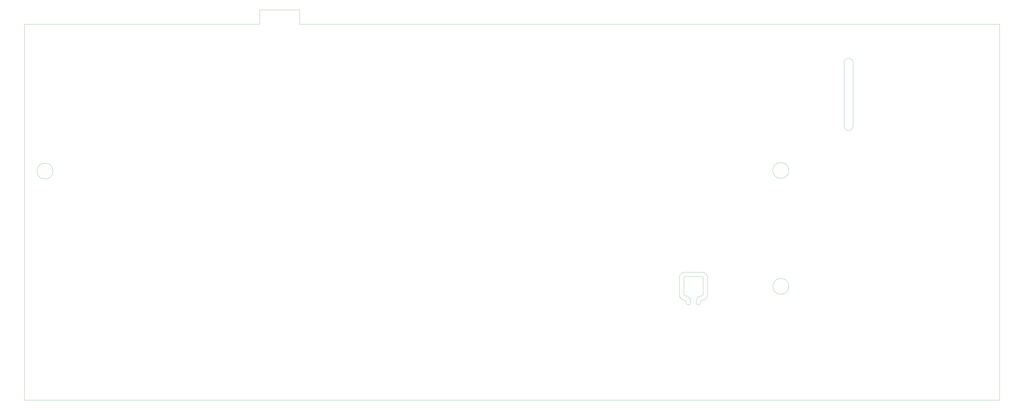
<source format=gm1>
G04 #@! TF.GenerationSoftware,KiCad,Pcbnew,(6.0.0-rc1-458-g78ff9a857a)*
G04 #@! TF.CreationDate,2022-12-04T21:38:44+01:00*
G04 #@! TF.ProjectId,berlin,6265726c-696e-42e6-9b69-6361645f7063,rev?*
G04 #@! TF.SameCoordinates,Original*
G04 #@! TF.FileFunction,Profile,NP*
%FSLAX46Y46*%
G04 Gerber Fmt 4.6, Leading zero omitted, Abs format (unit mm)*
G04 Created by KiCad (PCBNEW (6.0.0-rc1-458-g78ff9a857a)) date 2022-12-04 21:38:44*
%MOMM*%
%LPD*%
G01*
G04 APERTURE LIST*
G04 #@! TA.AperFunction,Profile*
%ADD10C,0.050000*%
G04 #@! TD*
G04 #@! TA.AperFunction,Profile*
%ADD11C,0.100000*%
G04 #@! TD*
G04 APERTURE END LIST*
D10*
X398000000Y-103000000D02*
X398000000Y-75000000D01*
X321000000Y-170450000D02*
X321000000Y-177950000D01*
X324000000Y-180950000D02*
G75*
G03*
X323500000Y-180450000I-500001J-1D01*
G01*
X330500000Y-180950000D02*
X330500000Y-181450000D01*
X324000000Y-181450000D02*
G75*
G03*
X326000000Y-181450000I1000000J0D01*
G01*
X326000000Y-180950000D02*
G75*
G03*
X323500000Y-178450000I-2500000J0D01*
G01*
X331500000Y-170450000D02*
G75*
G03*
X331000000Y-169950000I-500001J-1D01*
G01*
D11*
X152603200Y-57790000D02*
X462930000Y-57770000D01*
X462930000Y-57770000D02*
X462915000Y-224790000D01*
X462915000Y-224790000D02*
X30734000Y-224790000D01*
X30734000Y-224790000D02*
X30734000Y-57785000D01*
X30734000Y-57785000D02*
X134950200Y-57785000D01*
X134950200Y-57785000D02*
X134950200Y-51435000D01*
X134950200Y-51435000D02*
X152603200Y-51435000D01*
X152603200Y-51435000D02*
X152603200Y-57790000D01*
D10*
X323000000Y-177950000D02*
G75*
G03*
X323500000Y-178450000I500001J1D01*
G01*
X328500000Y-180950000D02*
X328500000Y-181450000D01*
X43300000Y-123050000D02*
G75*
G03*
X43300000Y-123050000I-3500000J0D01*
G01*
X398000000Y-75000000D02*
G75*
G03*
X394000000Y-75000000I-2000000J-14336D01*
G01*
X331000000Y-178450000D02*
G75*
G03*
X328500000Y-180950000I0J-2500000D01*
G01*
X331000000Y-180450000D02*
G75*
G03*
X330500000Y-180950000I1J-500001D01*
G01*
X333500000Y-170450000D02*
X333500000Y-177950000D01*
X369500000Y-174250000D02*
G75*
G03*
X369500000Y-174250000I-3500000J0D01*
G01*
X331000000Y-167950000D02*
X323500000Y-167950000D01*
X323500000Y-167950000D02*
G75*
G03*
X321000000Y-170450000I0J-2500000D01*
G01*
X323000000Y-177950000D02*
X323000000Y-170450000D01*
X394000000Y-75000000D02*
X394000000Y-103000000D01*
X331000000Y-180450000D02*
G75*
G03*
X333500000Y-177950000I0J2500000D01*
G01*
X324000000Y-181450000D02*
X324000000Y-180950000D01*
X326000000Y-181450000D02*
X326000000Y-180950000D01*
X331500000Y-170450000D02*
X331500000Y-177950000D01*
X394000000Y-103000000D02*
G75*
G03*
X398000000Y-103000000I2000000J0D01*
G01*
X369450000Y-122750000D02*
G75*
G03*
X369450000Y-122750000I-3500000J0D01*
G01*
X321000000Y-177950000D02*
G75*
G03*
X323500000Y-180450000I2500000J0D01*
G01*
X328500000Y-181450000D02*
G75*
G03*
X330500000Y-181450000I1000000J0D01*
G01*
X323500000Y-169950000D02*
G75*
G03*
X323000000Y-170450000I1J-500001D01*
G01*
X331000000Y-178450000D02*
G75*
G03*
X331500000Y-177950000I-1J500001D01*
G01*
X323500000Y-169950000D02*
X331000000Y-169950000D01*
X333500000Y-170450000D02*
G75*
G03*
X331000000Y-167950000I-2500000J0D01*
G01*
M02*

</source>
